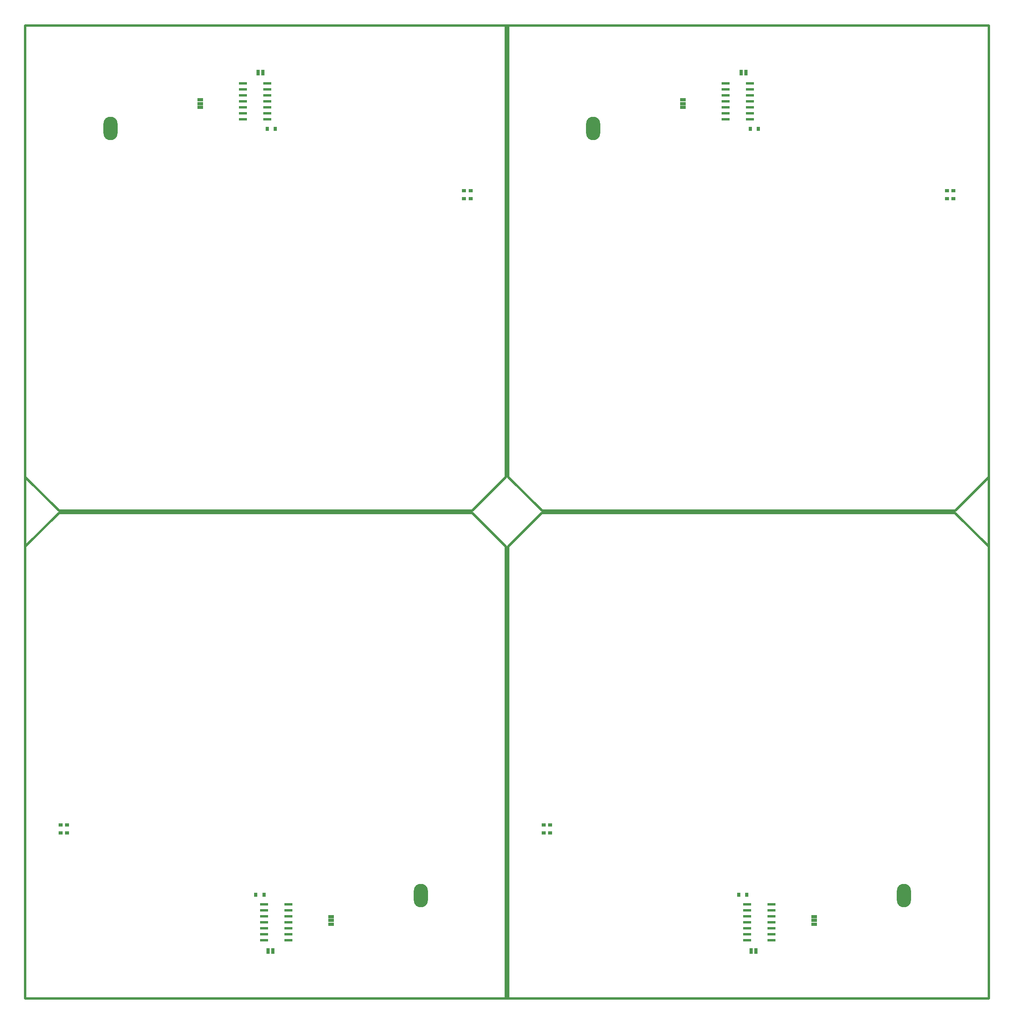
<source format=gbp>
G04*
G04 #@! TF.GenerationSoftware,Altium Limited,Altium Designer,20.0.14 (345)*
G04*
G04 Layer_Color=128*
%FSLAX44Y44*%
%MOMM*%
G71*
G01*
G75*
%ADD11R,0.6350X1.2700*%
%ADD13R,0.8000X0.9000*%
%ADD14R,0.9000X0.8000*%
%ADD40C,0.5000*%
%ADD80R,1.7018X0.5334*%
%ADD81O,3.0000X5.0000*%
%ADD82R,1.2700X0.6350*%
D11*
X525781Y100330D02*
D03*
X515621D02*
D03*
X1550782D02*
D03*
X1540622D02*
D03*
X1519219Y1964670D02*
D03*
X1529379D02*
D03*
X494218D02*
D03*
X504378D02*
D03*
D13*
X489341Y219710D02*
D03*
X506341D02*
D03*
X1514342D02*
D03*
X1531342D02*
D03*
X1555659Y1845290D02*
D03*
X1538659D02*
D03*
X530658D02*
D03*
X513658D02*
D03*
D14*
X74931Y350910D02*
D03*
Y367910D02*
D03*
X88901Y350910D02*
D03*
Y367910D02*
D03*
X1099932Y350910D02*
D03*
Y367910D02*
D03*
X1113902Y350910D02*
D03*
Y367910D02*
D03*
X1970069Y1714090D02*
D03*
Y1697090D02*
D03*
X1956099Y1714090D02*
D03*
Y1697090D02*
D03*
X945068Y1714090D02*
D03*
Y1697090D02*
D03*
X931098Y1714090D02*
D03*
Y1697090D02*
D03*
D40*
X0Y0D02*
X2045000D01*
Y2065000D01*
X0D02*
X2045000D01*
X0Y0D02*
Y2065000D01*
X1Y-0D02*
X1020001D01*
Y957500D01*
X948501Y1030000D02*
X1020001Y958850D01*
X71151Y1030000D02*
X948501D01*
X1Y958850D02*
X71151Y1030000D01*
X1Y-0D02*
Y958850D01*
X1025002Y-0D02*
X2045002D01*
Y957500D01*
X1973502Y1030000D02*
X2045002Y958850D01*
X1096152Y1030000D02*
X1973502D01*
X1025002Y958850D02*
X1096152Y1030000D01*
X1025002Y-0D02*
Y958850D01*
X2044999Y2065000D02*
X1024999D01*
Y1107500D01*
X1096499Y1035000D02*
X1024999Y1106150D01*
X1973849Y1035000D02*
X1096499D01*
X2044999Y1106150D02*
X1973849Y1035000D01*
X2044999Y2065000D02*
Y1106150D01*
X1019998Y2065000D02*
X-2D01*
Y1107500D01*
X71498Y1035000D02*
X-2Y1106150D01*
X948848Y1035000D02*
X71498D01*
X1019998Y1106150D02*
X948848Y1035000D01*
X1019998Y2065000D02*
Y1106150D01*
D80*
X558547Y199390D02*
D03*
Y186690D02*
D03*
Y173990D02*
D03*
Y161290D02*
D03*
Y148590D02*
D03*
Y135890D02*
D03*
Y123190D02*
D03*
X506731D02*
D03*
Y135890D02*
D03*
Y148590D02*
D03*
Y161290D02*
D03*
Y173990D02*
D03*
Y186690D02*
D03*
Y199390D02*
D03*
X1583548D02*
D03*
Y186690D02*
D03*
Y173990D02*
D03*
Y161290D02*
D03*
Y148590D02*
D03*
Y135890D02*
D03*
Y123190D02*
D03*
X1531732D02*
D03*
Y135890D02*
D03*
Y148590D02*
D03*
Y161290D02*
D03*
Y173990D02*
D03*
Y186690D02*
D03*
Y199390D02*
D03*
X1486453Y1865610D02*
D03*
Y1878310D02*
D03*
Y1891010D02*
D03*
Y1903710D02*
D03*
Y1916410D02*
D03*
Y1929110D02*
D03*
Y1941810D02*
D03*
X1538269D02*
D03*
Y1929110D02*
D03*
Y1916410D02*
D03*
Y1903710D02*
D03*
Y1891010D02*
D03*
Y1878310D02*
D03*
Y1865610D02*
D03*
X461452D02*
D03*
Y1878310D02*
D03*
Y1891010D02*
D03*
Y1903710D02*
D03*
Y1916410D02*
D03*
Y1929110D02*
D03*
Y1941810D02*
D03*
X513268D02*
D03*
Y1929110D02*
D03*
Y1916410D02*
D03*
Y1903710D02*
D03*
Y1891010D02*
D03*
Y1878310D02*
D03*
Y1865610D02*
D03*
D81*
X839471Y218440D02*
D03*
X1864472D02*
D03*
X1205529Y1846560D02*
D03*
X180528D02*
D03*
D82*
X648971Y173736D02*
D03*
Y165608D02*
D03*
Y157480D02*
D03*
X1673972Y173736D02*
D03*
Y165608D02*
D03*
Y157480D02*
D03*
X1396029Y1891264D02*
D03*
Y1899392D02*
D03*
Y1907520D02*
D03*
X371028Y1891264D02*
D03*
Y1899392D02*
D03*
Y1907520D02*
D03*
M02*

</source>
